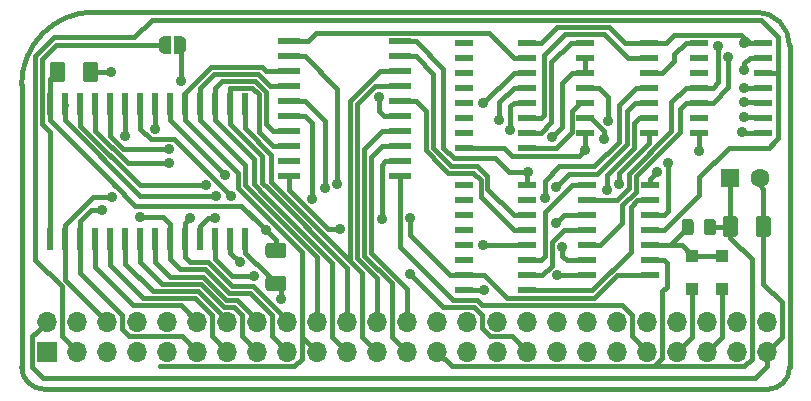
<source format=gtl>
G04 #@! TF.GenerationSoftware,KiCad,Pcbnew,5.0.2+dfsg1-1*
G04 #@! TF.CreationDate,2021-03-03T18:09:01+01:00*
G04 #@! TF.ProjectId,nova,6e6f7661-2e6b-4696-9361-645f70636258,2020*
G04 #@! TF.SameCoordinates,Original*
G04 #@! TF.FileFunction,Copper,L1,Top*
G04 #@! TF.FilePolarity,Positive*
%FSLAX46Y46*%
G04 Gerber Fmt 4.6, Leading zero omitted, Abs format (unit mm)*
G04 Created by KiCad (PCBNEW 5.0.2+dfsg1-1) date mer. 03 mars 2021 18:09:01 CET*
%MOMM*%
%LPD*%
G01*
G04 APERTURE LIST*
G04 #@! TA.AperFunction,NonConductor*
%ADD10C,0.381000*%
G04 #@! TD*
G04 #@! TA.AperFunction,SMDPad,CuDef*
%ADD11R,1.500000X0.600000*%
G04 #@! TD*
G04 #@! TA.AperFunction,SMDPad,CuDef*
%ADD12R,0.558800X1.981200*%
G04 #@! TD*
G04 #@! TA.AperFunction,ComponentPad*
%ADD13R,1.700000X1.700000*%
G04 #@! TD*
G04 #@! TA.AperFunction,ComponentPad*
%ADD14O,1.700000X1.700000*%
G04 #@! TD*
G04 #@! TA.AperFunction,SMDPad,CuDef*
%ADD15C,0.500000*%
G04 #@! TD*
G04 #@! TA.AperFunction,Conductor*
%ADD16C,0.150000*%
G04 #@! TD*
G04 #@! TA.AperFunction,SMDPad,CuDef*
%ADD17R,1.950000X0.600000*%
G04 #@! TD*
G04 #@! TA.AperFunction,SMDPad,CuDef*
%ADD18C,1.250000*%
G04 #@! TD*
G04 #@! TA.AperFunction,ComponentPad*
%ADD19R,1.600000X1.600000*%
G04 #@! TD*
G04 #@! TA.AperFunction,ComponentPad*
%ADD20C,1.600000*%
G04 #@! TD*
G04 #@! TA.AperFunction,SMDPad,CuDef*
%ADD21C,0.975000*%
G04 #@! TD*
G04 #@! TA.AperFunction,SMDPad,CuDef*
%ADD22R,1.100000X1.100000*%
G04 #@! TD*
G04 #@! TA.AperFunction,ViaPad*
%ADD23C,0.889000*%
G04 #@! TD*
G04 #@! TA.AperFunction,Conductor*
%ADD24C,0.381000*%
G04 #@! TD*
G04 APERTURE END LIST*
D10*
X112014000Y-68262500D02*
G75*
G02X110172500Y-70104000I-1841500J0D01*
G01*
X48895000Y-70104000D02*
G75*
G02X46990000Y-68199000I0J1905000D01*
G01*
X109156500Y-38163500D02*
G75*
G02X112014000Y-41021000I0J-2857500D01*
G01*
X46990000Y-44323000D02*
G75*
G02X53149500Y-38163500I6159500J0D01*
G01*
X110172500Y-70104000D02*
X48895000Y-70104000D01*
X112014000Y-41021000D02*
X112014000Y-68262500D01*
X53149500Y-38163500D02*
X109156500Y-38163500D01*
X46990000Y-68199000D02*
X46990000Y-44323000D01*
D11*
G04 #@! TO.P,U5,1*
G04 #@! TO.N,/A3*
X100109000Y-48387000D03*
G04 #@! TO.P,U5,2*
G04 #@! TO.N,/A2*
X100109000Y-47117000D03*
G04 #@! TO.P,U5,3*
G04 #@! TO.N,WR*
X100109000Y-45847000D03*
G04 #@! TO.P,U5,4*
G04 #@! TO.N,IORQ*
X100109000Y-44577000D03*
G04 #@! TO.P,U5,5*
G04 #@! TO.N,Net-(U3-Pad8)*
X100109000Y-43307000D03*
G04 #@! TO.P,U5,6*
G04 #@! TO.N,Net-(U5-Pad6)*
X100109000Y-42037000D03*
G04 #@! TO.P,U5,7*
G04 #@! TO.N,GND*
X100109000Y-40767000D03*
G04 #@! TO.P,U5,8*
G04 #@! TO.N,Net-(U5-Pad8)*
X94709000Y-40767000D03*
G04 #@! TO.P,U5,9*
G04 #@! TO.N,/A5*
X94709000Y-42037000D03*
G04 #@! TO.P,U5,10*
X94709000Y-43307000D03*
G04 #@! TO.P,U5,11*
G04 #@! TO.N,/A4*
X94709000Y-44577000D03*
G04 #@! TO.P,U5,12*
G04 #@! TO.N,Net-(U5-Pad12)*
X94709000Y-45847000D03*
G04 #@! TO.P,U5,13*
G04 #@! TO.N,/A0*
X94709000Y-47117000D03*
G04 #@! TO.P,U5,14*
G04 #@! TO.N,VCC*
X94709000Y-48387000D03*
G04 #@! TD*
D12*
G04 #@! TO.P,U4,1*
G04 #@! TO.N,Net-(JP1-Pad2)*
X49403000Y-57404000D03*
G04 #@! TO.P,U4,2*
G04 #@! TO.N,/A12*
X50673000Y-57404000D03*
G04 #@! TO.P,U4,3*
G04 #@! TO.N,/A7*
X51943000Y-57404000D03*
G04 #@! TO.P,U4,4*
G04 #@! TO.N,/A6*
X53213000Y-57404000D03*
G04 #@! TO.P,U4,5*
G04 #@! TO.N,/A5*
X54483000Y-57404000D03*
G04 #@! TO.P,U4,6*
G04 #@! TO.N,/A4*
X55753000Y-57404000D03*
G04 #@! TO.P,U4,7*
G04 #@! TO.N,/A3*
X57023000Y-57404000D03*
G04 #@! TO.P,U4,8*
G04 #@! TO.N,/A2*
X58293000Y-57404000D03*
G04 #@! TO.P,U4,9*
G04 #@! TO.N,/A1*
X59563000Y-57404000D03*
G04 #@! TO.P,U4,10*
G04 #@! TO.N,/A0*
X60833000Y-57404000D03*
G04 #@! TO.P,U4,11*
G04 #@! TO.N,/D0*
X62103000Y-57404000D03*
G04 #@! TO.P,U4,12*
G04 #@! TO.N,/D1*
X63373000Y-57404000D03*
G04 #@! TO.P,U4,13*
G04 #@! TO.N,/D2*
X64643000Y-57404000D03*
G04 #@! TO.P,U4,14*
G04 #@! TO.N,GND*
X65913000Y-57404000D03*
G04 #@! TO.P,U4,15*
G04 #@! TO.N,/D3*
X65913000Y-45974000D03*
G04 #@! TO.P,U4,16*
G04 #@! TO.N,/D4*
X64643000Y-45974000D03*
G04 #@! TO.P,U4,17*
G04 #@! TO.N,/D5*
X63373000Y-45974000D03*
G04 #@! TO.P,U4,18*
G04 #@! TO.N,/D6*
X62103000Y-45974000D03*
G04 #@! TO.P,U4,19*
G04 #@! TO.N,/D7*
X60833000Y-45974000D03*
G04 #@! TO.P,U4,20*
G04 #@! TO.N,/RAMSEL*
X59563000Y-45974000D03*
G04 #@! TO.P,U4,21*
G04 #@! TO.N,/A10*
X58293000Y-45974000D03*
G04 #@! TO.P,U4,22*
G04 #@! TO.N,RD*
X57023000Y-45974000D03*
G04 #@! TO.P,U4,23*
G04 #@! TO.N,/A11*
X55753000Y-45974000D03*
G04 #@! TO.P,U4,24*
G04 #@! TO.N,/A9*
X54483000Y-45974000D03*
G04 #@! TO.P,U4,25*
G04 #@! TO.N,/A8*
X53213000Y-45974000D03*
G04 #@! TO.P,U4,26*
G04 #@! TO.N,/SEL0*
X51943000Y-45974000D03*
G04 #@! TO.P,U4,27*
G04 #@! TO.N,WR*
X50673000Y-45974000D03*
G04 #@! TO.P,U4,28*
G04 #@! TO.N,VCC*
X49403000Y-45974000D03*
G04 #@! TD*
D11*
G04 #@! TO.P,U1,1*
G04 #@! TO.N,/RAMSEL*
X100236000Y-60452000D03*
G04 #@! TO.P,U1,2*
G04 #@! TO.N,VCC*
X100236000Y-59182000D03*
G04 #@! TO.P,U1,3*
G04 #@! TO.N,Net-(D1-Pad1)*
X100236000Y-57912000D03*
G04 #@! TO.P,U1,4*
G04 #@! TO.N,/A15*
X100236000Y-56642000D03*
G04 #@! TO.P,U1,5*
G04 #@! TO.N,/MAP3*
X100236000Y-55372000D03*
G04 #@! TO.P,U1,6*
G04 #@! TO.N,Net-(U1-Pad6)*
X100236000Y-54102000D03*
G04 #@! TO.P,U1,7*
G04 #@! TO.N,GND*
X100236000Y-52832000D03*
G04 #@! TO.P,U1,8*
G04 #@! TO.N,Net-(U1-Pad8)*
X94836000Y-52832000D03*
G04 #@! TO.P,U1,9*
G04 #@! TO.N,/A14*
X94836000Y-54102000D03*
G04 #@! TO.P,U1,10*
G04 #@! TO.N,/MAP2*
X94836000Y-55372000D03*
G04 #@! TO.P,U1,11*
G04 #@! TO.N,Net-(U1-Pad11)*
X94836000Y-56642000D03*
G04 #@! TO.P,U1,12*
G04 #@! TO.N,/A13*
X94836000Y-57912000D03*
G04 #@! TO.P,U1,13*
G04 #@! TO.N,/MAP1*
X94836000Y-59182000D03*
G04 #@! TO.P,U1,14*
G04 #@! TO.N,VCC*
X94836000Y-60452000D03*
G04 #@! TD*
D13*
G04 #@! TO.P,J1,1*
G04 #@! TO.N,N/C*
X49149000Y-66929000D03*
D14*
G04 #@! TO.P,J1,2*
G04 #@! TO.N,GND*
X49149000Y-64389000D03*
G04 #@! TO.P,J1,3*
G04 #@! TO.N,/A15*
X51689000Y-66929000D03*
G04 #@! TO.P,J1,4*
G04 #@! TO.N,/A14*
X51689000Y-64389000D03*
G04 #@! TO.P,J1,5*
G04 #@! TO.N,/A13*
X54229000Y-66929000D03*
G04 #@! TO.P,J1,6*
G04 #@! TO.N,/A12*
X54229000Y-64389000D03*
G04 #@! TO.P,J1,7*
G04 #@! TO.N,/A11*
X56769000Y-66929000D03*
G04 #@! TO.P,J1,8*
G04 #@! TO.N,/A10*
X56769000Y-64389000D03*
G04 #@! TO.P,J1,9*
G04 #@! TO.N,/A9*
X59309000Y-66929000D03*
G04 #@! TO.P,J1,10*
G04 #@! TO.N,/A8*
X59309000Y-64389000D03*
G04 #@! TO.P,J1,11*
G04 #@! TO.N,/A7*
X61849000Y-66929000D03*
G04 #@! TO.P,J1,12*
G04 #@! TO.N,/A6*
X61849000Y-64389000D03*
G04 #@! TO.P,J1,13*
G04 #@! TO.N,/A5*
X64389000Y-66929000D03*
G04 #@! TO.P,J1,14*
G04 #@! TO.N,/A4*
X64389000Y-64389000D03*
G04 #@! TO.P,J1,15*
G04 #@! TO.N,/A3*
X66929000Y-66929000D03*
G04 #@! TO.P,J1,16*
G04 #@! TO.N,/A2*
X66929000Y-64389000D03*
G04 #@! TO.P,J1,17*
G04 #@! TO.N,/A1*
X69469000Y-66929000D03*
G04 #@! TO.P,J1,18*
G04 #@! TO.N,/A0*
X69469000Y-64389000D03*
G04 #@! TO.P,J1,19*
G04 #@! TO.N,/D7*
X72009000Y-66929000D03*
G04 #@! TO.P,J1,20*
G04 #@! TO.N,/D6*
X72009000Y-64389000D03*
G04 #@! TO.P,J1,21*
G04 #@! TO.N,/D5*
X74549000Y-66929000D03*
G04 #@! TO.P,J1,22*
G04 #@! TO.N,/D4*
X74549000Y-64389000D03*
G04 #@! TO.P,J1,23*
G04 #@! TO.N,/D3*
X77089000Y-66929000D03*
G04 #@! TO.P,J1,24*
G04 #@! TO.N,/D2*
X77089000Y-64389000D03*
G04 #@! TO.P,J1,25*
G04 #@! TO.N,/D1*
X79629000Y-66929000D03*
G04 #@! TO.P,J1,26*
G04 #@! TO.N,/D0*
X79629000Y-64389000D03*
G04 #@! TO.P,J1,27*
G04 #@! TO.N,VCC*
X82169000Y-66929000D03*
G04 #@! TO.P,J1,28*
G04 #@! TO.N,MREQ*
X82169000Y-64389000D03*
G04 #@! TO.P,J1,29*
G04 #@! TO.N,N/C*
X84709000Y-66929000D03*
G04 #@! TO.P,J1,30*
X84709000Y-64389000D03*
G04 #@! TO.P,J1,31*
G04 #@! TO.N,IORQ*
X87249000Y-66929000D03*
G04 #@! TO.P,J1,32*
G04 #@! TO.N,RD*
X87249000Y-64389000D03*
G04 #@! TO.P,J1,33*
G04 #@! TO.N,WR*
X89789000Y-66929000D03*
G04 #@! TO.P,J1,34*
G04 #@! TO.N,N/C*
X89789000Y-64389000D03*
G04 #@! TO.P,J1,35*
X92329000Y-66929000D03*
G04 #@! TO.P,J1,36*
X92329000Y-64389000D03*
G04 #@! TO.P,J1,37*
X94869000Y-66929000D03*
G04 #@! TO.P,J1,38*
X94869000Y-64389000D03*
G04 #@! TO.P,J1,39*
X97409000Y-66929000D03*
G04 #@! TO.P,J1,40*
X97409000Y-64389000D03*
G04 #@! TO.P,J1,41*
G04 #@! TO.N,/RESET*
X99949000Y-66929000D03*
G04 #@! TO.P,J1,42*
G04 #@! TO.N,N/C*
X99949000Y-64389000D03*
G04 #@! TO.P,J1,43*
G04 #@! TO.N,/ROMDIS*
X102489000Y-66929000D03*
G04 #@! TO.P,J1,44*
G04 #@! TO.N,N/C*
X102489000Y-64389000D03*
G04 #@! TO.P,J1,45*
G04 #@! TO.N,/RAMDIS*
X105029000Y-66929000D03*
G04 #@! TO.P,J1,46*
G04 #@! TO.N,N/C*
X105029000Y-64389000D03*
G04 #@! TO.P,J1,47*
X107569000Y-66929000D03*
G04 #@! TO.P,J1,48*
X107569000Y-64389000D03*
G04 #@! TO.P,J1,49*
G04 #@! TO.N,GND*
X110109000Y-66929000D03*
G04 #@! TO.P,J1,50*
G04 #@! TO.N,N/C*
X110109000Y-64389000D03*
G04 #@! TD*
D15*
G04 #@! TO.P,JP1,1*
G04 #@! TO.N,/SEL1*
X60418500Y-40957500D03*
D16*
G04 #@! TD*
G04 #@! TO.N,/SEL1*
G04 #@! TO.C,JP1*
G36*
X59918500Y-40207500D02*
X60418500Y-40207500D01*
X60418500Y-40208102D01*
X60443034Y-40208102D01*
X60491865Y-40212912D01*
X60539990Y-40222484D01*
X60586945Y-40236728D01*
X60632278Y-40255505D01*
X60675551Y-40278636D01*
X60716350Y-40305896D01*
X60754279Y-40337024D01*
X60788976Y-40371721D01*
X60820104Y-40409650D01*
X60847364Y-40450449D01*
X60870495Y-40493722D01*
X60889272Y-40539055D01*
X60903516Y-40586010D01*
X60913088Y-40634135D01*
X60917898Y-40682966D01*
X60917898Y-40707500D01*
X60918500Y-40707500D01*
X60918500Y-41207500D01*
X60917898Y-41207500D01*
X60917898Y-41232034D01*
X60913088Y-41280865D01*
X60903516Y-41328990D01*
X60889272Y-41375945D01*
X60870495Y-41421278D01*
X60847364Y-41464551D01*
X60820104Y-41505350D01*
X60788976Y-41543279D01*
X60754279Y-41577976D01*
X60716350Y-41609104D01*
X60675551Y-41636364D01*
X60632278Y-41659495D01*
X60586945Y-41678272D01*
X60539990Y-41692516D01*
X60491865Y-41702088D01*
X60443034Y-41706898D01*
X60418500Y-41706898D01*
X60418500Y-41707500D01*
X59918500Y-41707500D01*
X59918500Y-40207500D01*
X59918500Y-40207500D01*
G37*
D15*
G04 #@! TO.P,JP1,2*
G04 #@! TO.N,Net-(JP1-Pad2)*
X59118500Y-40957500D03*
D16*
G04 #@! TD*
G04 #@! TO.N,Net-(JP1-Pad2)*
G04 #@! TO.C,JP1*
G36*
X59118500Y-41706898D02*
X59093966Y-41706898D01*
X59045135Y-41702088D01*
X58997010Y-41692516D01*
X58950055Y-41678272D01*
X58904722Y-41659495D01*
X58861449Y-41636364D01*
X58820650Y-41609104D01*
X58782721Y-41577976D01*
X58748024Y-41543279D01*
X58716896Y-41505350D01*
X58689636Y-41464551D01*
X58666505Y-41421278D01*
X58647728Y-41375945D01*
X58633484Y-41328990D01*
X58623912Y-41280865D01*
X58619102Y-41232034D01*
X58619102Y-41207500D01*
X58618500Y-41207500D01*
X58618500Y-40707500D01*
X58619102Y-40707500D01*
X58619102Y-40682966D01*
X58623912Y-40634135D01*
X58633484Y-40586010D01*
X58647728Y-40539055D01*
X58666505Y-40493722D01*
X58689636Y-40450449D01*
X58716896Y-40409650D01*
X58748024Y-40371721D01*
X58782721Y-40337024D01*
X58820650Y-40305896D01*
X58861449Y-40278636D01*
X58904722Y-40255505D01*
X58950055Y-40236728D01*
X58997010Y-40222484D01*
X59045135Y-40212912D01*
X59093966Y-40208102D01*
X59118500Y-40208102D01*
X59118500Y-40207500D01*
X59618500Y-40207500D01*
X59618500Y-41707500D01*
X59118500Y-41707500D01*
X59118500Y-41706898D01*
X59118500Y-41706898D01*
G37*
D11*
G04 #@! TO.P,U6,1*
G04 #@! TO.N,Net-(U5-Pad12)*
X89822000Y-49657000D03*
G04 #@! TO.P,U6,2*
G04 #@! TO.N,Net-(U5-Pad8)*
X89822000Y-48387000D03*
G04 #@! TO.P,U6,3*
G04 #@! TO.N,Net-(U5-Pad6)*
X89822000Y-47117000D03*
G04 #@! TO.P,U6,4*
G04 #@! TO.N,/A6*
X89822000Y-45847000D03*
G04 #@! TO.P,U6,5*
G04 #@! TO.N,/A8*
X89822000Y-44577000D03*
G04 #@! TO.P,U6,6*
G04 #@! TO.N,/A1*
X89822000Y-43307000D03*
G04 #@! TO.P,U6,7*
G04 #@! TO.N,/MAPSEL*
X89822000Y-42037000D03*
G04 #@! TO.P,U6,8*
G04 #@! TO.N,GND*
X89822000Y-40767000D03*
G04 #@! TO.P,U6,9*
G04 #@! TO.N,N/C*
X84422000Y-40767000D03*
G04 #@! TO.P,U6,10*
X84422000Y-42037000D03*
G04 #@! TO.P,U6,11*
X84422000Y-43307000D03*
G04 #@! TO.P,U6,12*
X84422000Y-44577000D03*
G04 #@! TO.P,U6,13*
X84422000Y-45847000D03*
G04 #@! TO.P,U6,14*
X84422000Y-47117000D03*
G04 #@! TO.P,U6,15*
X84422000Y-48387000D03*
G04 #@! TO.P,U6,16*
G04 #@! TO.N,VCC*
X84422000Y-49657000D03*
G04 #@! TD*
G04 #@! TO.P,U3,14*
G04 #@! TO.N,VCC*
X104361000Y-48387000D03*
G04 #@! TO.P,U3,13*
G04 #@! TO.N,N/C*
X104361000Y-47117000D03*
G04 #@! TO.P,U3,12*
G04 #@! TO.N,/A13*
X104361000Y-45847000D03*
G04 #@! TO.P,U3,11*
G04 #@! TO.N,/A14*
X104361000Y-44577000D03*
G04 #@! TO.P,U3,10*
G04 #@! TO.N,N/C*
X104361000Y-43307000D03*
G04 #@! TO.P,U3,9*
X104361000Y-42037000D03*
G04 #@! TO.P,U3,8*
G04 #@! TO.N,Net-(U3-Pad8)*
X104361000Y-40767000D03*
G04 #@! TO.P,U3,7*
G04 #@! TO.N,GND*
X109761000Y-40767000D03*
G04 #@! TO.P,U3,6*
G04 #@! TO.N,/A7*
X109761000Y-42037000D03*
G04 #@! TO.P,U3,5*
G04 #@! TO.N,/A15*
X109761000Y-43307000D03*
G04 #@! TO.P,U3,4*
G04 #@! TO.N,/A12*
X109761000Y-44577000D03*
G04 #@! TO.P,U3,3*
G04 #@! TO.N,/A11*
X109761000Y-45847000D03*
G04 #@! TO.P,U3,2*
G04 #@! TO.N,/A10*
X109761000Y-47117000D03*
G04 #@! TO.P,U3,1*
G04 #@! TO.N,/A9*
X109761000Y-48387000D03*
G04 #@! TD*
D17*
G04 #@! TO.P,U7,1*
G04 #@! TO.N,/RESET*
X78995000Y-52070000D03*
G04 #@! TO.P,U7,2*
G04 #@! TO.N,/SEL0*
X78995000Y-50800000D03*
G04 #@! TO.P,U7,3*
G04 #@! TO.N,/D0*
X78995000Y-49530000D03*
G04 #@! TO.P,U7,4*
G04 #@! TO.N,/D1*
X78995000Y-48260000D03*
G04 #@! TO.P,U7,5*
G04 #@! TO.N,/SEL1*
X78995000Y-46990000D03*
G04 #@! TO.P,U7,6*
G04 #@! TO.N,/SEL2*
X78995000Y-45720000D03*
G04 #@! TO.P,U7,7*
G04 #@! TO.N,/D2*
X78995000Y-44450000D03*
G04 #@! TO.P,U7,8*
G04 #@! TO.N,/D3*
X78995000Y-43180000D03*
G04 #@! TO.P,U7,9*
G04 #@! TO.N,/SEL3*
X78995000Y-41910000D03*
G04 #@! TO.P,U7,10*
G04 #@! TO.N,GND*
X78995000Y-40640000D03*
G04 #@! TO.P,U7,11*
G04 #@! TO.N,/MAPSEL*
X69595000Y-40640000D03*
G04 #@! TO.P,U7,12*
G04 #@! TO.N,/MAP3*
X69595000Y-41910000D03*
G04 #@! TO.P,U7,13*
G04 #@! TO.N,/D7*
X69595000Y-43180000D03*
G04 #@! TO.P,U7,14*
G04 #@! TO.N,/D6*
X69595000Y-44450000D03*
G04 #@! TO.P,U7,15*
G04 #@! TO.N,/MAP2*
X69595000Y-45720000D03*
G04 #@! TO.P,U7,16*
G04 #@! TO.N,/MAP1*
X69595000Y-46990000D03*
G04 #@! TO.P,U7,17*
G04 #@! TO.N,/D5*
X69595000Y-48260000D03*
G04 #@! TO.P,U7,18*
G04 #@! TO.N,/D4*
X69595000Y-49530000D03*
G04 #@! TO.P,U7,19*
G04 #@! TO.N,N/C*
X69595000Y-50800000D03*
G04 #@! TO.P,U7,20*
G04 #@! TO.N,VCC*
X69595000Y-52070000D03*
G04 #@! TD*
D16*
G04 #@! TO.N,GND*
G04 #@! TO.C,C2*
G36*
X110191004Y-55450704D02*
X110215273Y-55454304D01*
X110239071Y-55460265D01*
X110262171Y-55468530D01*
X110284349Y-55479020D01*
X110305393Y-55491633D01*
X110325098Y-55506247D01*
X110343277Y-55522723D01*
X110359753Y-55540902D01*
X110374367Y-55560607D01*
X110386980Y-55581651D01*
X110397470Y-55603829D01*
X110405735Y-55626929D01*
X110411696Y-55650727D01*
X110415296Y-55674996D01*
X110416500Y-55699500D01*
X110416500Y-56949500D01*
X110415296Y-56974004D01*
X110411696Y-56998273D01*
X110405735Y-57022071D01*
X110397470Y-57045171D01*
X110386980Y-57067349D01*
X110374367Y-57088393D01*
X110359753Y-57108098D01*
X110343277Y-57126277D01*
X110325098Y-57142753D01*
X110305393Y-57157367D01*
X110284349Y-57169980D01*
X110262171Y-57180470D01*
X110239071Y-57188735D01*
X110215273Y-57194696D01*
X110191004Y-57198296D01*
X110166500Y-57199500D01*
X109416500Y-57199500D01*
X109391996Y-57198296D01*
X109367727Y-57194696D01*
X109343929Y-57188735D01*
X109320829Y-57180470D01*
X109298651Y-57169980D01*
X109277607Y-57157367D01*
X109257902Y-57142753D01*
X109239723Y-57126277D01*
X109223247Y-57108098D01*
X109208633Y-57088393D01*
X109196020Y-57067349D01*
X109185530Y-57045171D01*
X109177265Y-57022071D01*
X109171304Y-56998273D01*
X109167704Y-56974004D01*
X109166500Y-56949500D01*
X109166500Y-55699500D01*
X109167704Y-55674996D01*
X109171304Y-55650727D01*
X109177265Y-55626929D01*
X109185530Y-55603829D01*
X109196020Y-55581651D01*
X109208633Y-55560607D01*
X109223247Y-55540902D01*
X109239723Y-55522723D01*
X109257902Y-55506247D01*
X109277607Y-55491633D01*
X109298651Y-55479020D01*
X109320829Y-55468530D01*
X109343929Y-55460265D01*
X109367727Y-55454304D01*
X109391996Y-55450704D01*
X109416500Y-55449500D01*
X110166500Y-55449500D01*
X110191004Y-55450704D01*
X110191004Y-55450704D01*
G37*
D18*
G04 #@! TD*
G04 #@! TO.P,C2,2*
G04 #@! TO.N,GND*
X109791500Y-56324500D03*
D16*
G04 #@! TO.N,VCC*
G04 #@! TO.C,C2*
G36*
X107391004Y-55450704D02*
X107415273Y-55454304D01*
X107439071Y-55460265D01*
X107462171Y-55468530D01*
X107484349Y-55479020D01*
X107505393Y-55491633D01*
X107525098Y-55506247D01*
X107543277Y-55522723D01*
X107559753Y-55540902D01*
X107574367Y-55560607D01*
X107586980Y-55581651D01*
X107597470Y-55603829D01*
X107605735Y-55626929D01*
X107611696Y-55650727D01*
X107615296Y-55674996D01*
X107616500Y-55699500D01*
X107616500Y-56949500D01*
X107615296Y-56974004D01*
X107611696Y-56998273D01*
X107605735Y-57022071D01*
X107597470Y-57045171D01*
X107586980Y-57067349D01*
X107574367Y-57088393D01*
X107559753Y-57108098D01*
X107543277Y-57126277D01*
X107525098Y-57142753D01*
X107505393Y-57157367D01*
X107484349Y-57169980D01*
X107462171Y-57180470D01*
X107439071Y-57188735D01*
X107415273Y-57194696D01*
X107391004Y-57198296D01*
X107366500Y-57199500D01*
X106616500Y-57199500D01*
X106591996Y-57198296D01*
X106567727Y-57194696D01*
X106543929Y-57188735D01*
X106520829Y-57180470D01*
X106498651Y-57169980D01*
X106477607Y-57157367D01*
X106457902Y-57142753D01*
X106439723Y-57126277D01*
X106423247Y-57108098D01*
X106408633Y-57088393D01*
X106396020Y-57067349D01*
X106385530Y-57045171D01*
X106377265Y-57022071D01*
X106371304Y-56998273D01*
X106367704Y-56974004D01*
X106366500Y-56949500D01*
X106366500Y-55699500D01*
X106367704Y-55674996D01*
X106371304Y-55650727D01*
X106377265Y-55626929D01*
X106385530Y-55603829D01*
X106396020Y-55581651D01*
X106408633Y-55560607D01*
X106423247Y-55540902D01*
X106439723Y-55522723D01*
X106457902Y-55506247D01*
X106477607Y-55491633D01*
X106498651Y-55479020D01*
X106520829Y-55468530D01*
X106543929Y-55460265D01*
X106567727Y-55454304D01*
X106591996Y-55450704D01*
X106616500Y-55449500D01*
X107366500Y-55449500D01*
X107391004Y-55450704D01*
X107391004Y-55450704D01*
G37*
D18*
G04 #@! TD*
G04 #@! TO.P,C2,1*
G04 #@! TO.N,VCC*
X106991500Y-56324500D03*
D16*
G04 #@! TO.N,VCC*
G04 #@! TO.C,C3*
G36*
X69166004Y-57726704D02*
X69190273Y-57730304D01*
X69214071Y-57736265D01*
X69237171Y-57744530D01*
X69259349Y-57755020D01*
X69280393Y-57767633D01*
X69300098Y-57782247D01*
X69318277Y-57798723D01*
X69334753Y-57816902D01*
X69349367Y-57836607D01*
X69361980Y-57857651D01*
X69372470Y-57879829D01*
X69380735Y-57902929D01*
X69386696Y-57926727D01*
X69390296Y-57950996D01*
X69391500Y-57975500D01*
X69391500Y-58725500D01*
X69390296Y-58750004D01*
X69386696Y-58774273D01*
X69380735Y-58798071D01*
X69372470Y-58821171D01*
X69361980Y-58843349D01*
X69349367Y-58864393D01*
X69334753Y-58884098D01*
X69318277Y-58902277D01*
X69300098Y-58918753D01*
X69280393Y-58933367D01*
X69259349Y-58945980D01*
X69237171Y-58956470D01*
X69214071Y-58964735D01*
X69190273Y-58970696D01*
X69166004Y-58974296D01*
X69141500Y-58975500D01*
X67891500Y-58975500D01*
X67866996Y-58974296D01*
X67842727Y-58970696D01*
X67818929Y-58964735D01*
X67795829Y-58956470D01*
X67773651Y-58945980D01*
X67752607Y-58933367D01*
X67732902Y-58918753D01*
X67714723Y-58902277D01*
X67698247Y-58884098D01*
X67683633Y-58864393D01*
X67671020Y-58843349D01*
X67660530Y-58821171D01*
X67652265Y-58798071D01*
X67646304Y-58774273D01*
X67642704Y-58750004D01*
X67641500Y-58725500D01*
X67641500Y-57975500D01*
X67642704Y-57950996D01*
X67646304Y-57926727D01*
X67652265Y-57902929D01*
X67660530Y-57879829D01*
X67671020Y-57857651D01*
X67683633Y-57836607D01*
X67698247Y-57816902D01*
X67714723Y-57798723D01*
X67732902Y-57782247D01*
X67752607Y-57767633D01*
X67773651Y-57755020D01*
X67795829Y-57744530D01*
X67818929Y-57736265D01*
X67842727Y-57730304D01*
X67866996Y-57726704D01*
X67891500Y-57725500D01*
X69141500Y-57725500D01*
X69166004Y-57726704D01*
X69166004Y-57726704D01*
G37*
D18*
G04 #@! TD*
G04 #@! TO.P,C3,1*
G04 #@! TO.N,VCC*
X68516500Y-58350500D03*
D16*
G04 #@! TO.N,GND*
G04 #@! TO.C,C3*
G36*
X69166004Y-60526704D02*
X69190273Y-60530304D01*
X69214071Y-60536265D01*
X69237171Y-60544530D01*
X69259349Y-60555020D01*
X69280393Y-60567633D01*
X69300098Y-60582247D01*
X69318277Y-60598723D01*
X69334753Y-60616902D01*
X69349367Y-60636607D01*
X69361980Y-60657651D01*
X69372470Y-60679829D01*
X69380735Y-60702929D01*
X69386696Y-60726727D01*
X69390296Y-60750996D01*
X69391500Y-60775500D01*
X69391500Y-61525500D01*
X69390296Y-61550004D01*
X69386696Y-61574273D01*
X69380735Y-61598071D01*
X69372470Y-61621171D01*
X69361980Y-61643349D01*
X69349367Y-61664393D01*
X69334753Y-61684098D01*
X69318277Y-61702277D01*
X69300098Y-61718753D01*
X69280393Y-61733367D01*
X69259349Y-61745980D01*
X69237171Y-61756470D01*
X69214071Y-61764735D01*
X69190273Y-61770696D01*
X69166004Y-61774296D01*
X69141500Y-61775500D01*
X67891500Y-61775500D01*
X67866996Y-61774296D01*
X67842727Y-61770696D01*
X67818929Y-61764735D01*
X67795829Y-61756470D01*
X67773651Y-61745980D01*
X67752607Y-61733367D01*
X67732902Y-61718753D01*
X67714723Y-61702277D01*
X67698247Y-61684098D01*
X67683633Y-61664393D01*
X67671020Y-61643349D01*
X67660530Y-61621171D01*
X67652265Y-61598071D01*
X67646304Y-61574273D01*
X67642704Y-61550004D01*
X67641500Y-61525500D01*
X67641500Y-60775500D01*
X67642704Y-60750996D01*
X67646304Y-60726727D01*
X67652265Y-60702929D01*
X67660530Y-60679829D01*
X67671020Y-60657651D01*
X67683633Y-60636607D01*
X67698247Y-60616902D01*
X67714723Y-60598723D01*
X67732902Y-60582247D01*
X67752607Y-60567633D01*
X67773651Y-60555020D01*
X67795829Y-60544530D01*
X67818929Y-60536265D01*
X67842727Y-60530304D01*
X67866996Y-60526704D01*
X67891500Y-60525500D01*
X69141500Y-60525500D01*
X69166004Y-60526704D01*
X69166004Y-60526704D01*
G37*
D18*
G04 #@! TD*
G04 #@! TO.P,C3,2*
G04 #@! TO.N,GND*
X68516500Y-61150500D03*
D16*
G04 #@! TO.N,VCC*
G04 #@! TO.C,C1*
G36*
X50431504Y-42369704D02*
X50455773Y-42373304D01*
X50479571Y-42379265D01*
X50502671Y-42387530D01*
X50524849Y-42398020D01*
X50545893Y-42410633D01*
X50565598Y-42425247D01*
X50583777Y-42441723D01*
X50600253Y-42459902D01*
X50614867Y-42479607D01*
X50627480Y-42500651D01*
X50637970Y-42522829D01*
X50646235Y-42545929D01*
X50652196Y-42569727D01*
X50655796Y-42593996D01*
X50657000Y-42618500D01*
X50657000Y-43868500D01*
X50655796Y-43893004D01*
X50652196Y-43917273D01*
X50646235Y-43941071D01*
X50637970Y-43964171D01*
X50627480Y-43986349D01*
X50614867Y-44007393D01*
X50600253Y-44027098D01*
X50583777Y-44045277D01*
X50565598Y-44061753D01*
X50545893Y-44076367D01*
X50524849Y-44088980D01*
X50502671Y-44099470D01*
X50479571Y-44107735D01*
X50455773Y-44113696D01*
X50431504Y-44117296D01*
X50407000Y-44118500D01*
X49657000Y-44118500D01*
X49632496Y-44117296D01*
X49608227Y-44113696D01*
X49584429Y-44107735D01*
X49561329Y-44099470D01*
X49539151Y-44088980D01*
X49518107Y-44076367D01*
X49498402Y-44061753D01*
X49480223Y-44045277D01*
X49463747Y-44027098D01*
X49449133Y-44007393D01*
X49436520Y-43986349D01*
X49426030Y-43964171D01*
X49417765Y-43941071D01*
X49411804Y-43917273D01*
X49408204Y-43893004D01*
X49407000Y-43868500D01*
X49407000Y-42618500D01*
X49408204Y-42593996D01*
X49411804Y-42569727D01*
X49417765Y-42545929D01*
X49426030Y-42522829D01*
X49436520Y-42500651D01*
X49449133Y-42479607D01*
X49463747Y-42459902D01*
X49480223Y-42441723D01*
X49498402Y-42425247D01*
X49518107Y-42410633D01*
X49539151Y-42398020D01*
X49561329Y-42387530D01*
X49584429Y-42379265D01*
X49608227Y-42373304D01*
X49632496Y-42369704D01*
X49657000Y-42368500D01*
X50407000Y-42368500D01*
X50431504Y-42369704D01*
X50431504Y-42369704D01*
G37*
D18*
G04 #@! TD*
G04 #@! TO.P,C1,1*
G04 #@! TO.N,VCC*
X50032000Y-43243500D03*
D16*
G04 #@! TO.N,GND*
G04 #@! TO.C,C1*
G36*
X53231504Y-42369704D02*
X53255773Y-42373304D01*
X53279571Y-42379265D01*
X53302671Y-42387530D01*
X53324849Y-42398020D01*
X53345893Y-42410633D01*
X53365598Y-42425247D01*
X53383777Y-42441723D01*
X53400253Y-42459902D01*
X53414867Y-42479607D01*
X53427480Y-42500651D01*
X53437970Y-42522829D01*
X53446235Y-42545929D01*
X53452196Y-42569727D01*
X53455796Y-42593996D01*
X53457000Y-42618500D01*
X53457000Y-43868500D01*
X53455796Y-43893004D01*
X53452196Y-43917273D01*
X53446235Y-43941071D01*
X53437970Y-43964171D01*
X53427480Y-43986349D01*
X53414867Y-44007393D01*
X53400253Y-44027098D01*
X53383777Y-44045277D01*
X53365598Y-44061753D01*
X53345893Y-44076367D01*
X53324849Y-44088980D01*
X53302671Y-44099470D01*
X53279571Y-44107735D01*
X53255773Y-44113696D01*
X53231504Y-44117296D01*
X53207000Y-44118500D01*
X52457000Y-44118500D01*
X52432496Y-44117296D01*
X52408227Y-44113696D01*
X52384429Y-44107735D01*
X52361329Y-44099470D01*
X52339151Y-44088980D01*
X52318107Y-44076367D01*
X52298402Y-44061753D01*
X52280223Y-44045277D01*
X52263747Y-44027098D01*
X52249133Y-44007393D01*
X52236520Y-43986349D01*
X52226030Y-43964171D01*
X52217765Y-43941071D01*
X52211804Y-43917273D01*
X52208204Y-43893004D01*
X52207000Y-43868500D01*
X52207000Y-42618500D01*
X52208204Y-42593996D01*
X52211804Y-42569727D01*
X52217765Y-42545929D01*
X52226030Y-42522829D01*
X52236520Y-42500651D01*
X52249133Y-42479607D01*
X52263747Y-42459902D01*
X52280223Y-42441723D01*
X52298402Y-42425247D01*
X52318107Y-42410633D01*
X52339151Y-42398020D01*
X52361329Y-42387530D01*
X52384429Y-42379265D01*
X52408227Y-42373304D01*
X52432496Y-42369704D01*
X52457000Y-42368500D01*
X53207000Y-42368500D01*
X53231504Y-42369704D01*
X53231504Y-42369704D01*
G37*
D18*
G04 #@! TD*
G04 #@! TO.P,C1,2*
G04 #@! TO.N,GND*
X52832000Y-43243500D03*
D19*
G04 #@! TO.P,C5,1*
G04 #@! TO.N,VCC*
X106997500Y-52260500D03*
D20*
G04 #@! TO.P,C5,2*
G04 #@! TO.N,GND*
X109497500Y-52260500D03*
G04 #@! TD*
D11*
G04 #@! TO.P,U2,1*
G04 #@! TO.N,Net-(U1-Pad6)*
X89822000Y-61722000D03*
G04 #@! TO.P,U2,2*
G04 #@! TO.N,Net-(U1-Pad11)*
X89822000Y-60452000D03*
G04 #@! TO.P,U2,3*
G04 #@! TO.N,Net-(U1-Pad8)*
X89822000Y-59182000D03*
G04 #@! TO.P,U2,4*
G04 #@! TO.N,MREQ*
X89822000Y-57912000D03*
G04 #@! TO.P,U2,5*
G04 #@! TO.N,/SEL2*
X89822000Y-56642000D03*
G04 #@! TO.P,U2,6*
G04 #@! TO.N,/SEL3*
X89822000Y-55372000D03*
G04 #@! TO.P,U2,7*
G04 #@! TO.N,N/C*
X89822000Y-54102000D03*
G04 #@! TO.P,U2,8*
G04 #@! TO.N,GND*
X89822000Y-52832000D03*
G04 #@! TO.P,U2,9*
G04 #@! TO.N,N/C*
X84422000Y-52832000D03*
G04 #@! TO.P,U2,10*
X84422000Y-54102000D03*
G04 #@! TO.P,U2,11*
X84422000Y-55372000D03*
G04 #@! TO.P,U2,12*
X84422000Y-56642000D03*
G04 #@! TO.P,U2,13*
X84422000Y-57912000D03*
G04 #@! TO.P,U2,14*
X84422000Y-59182000D03*
G04 #@! TO.P,U2,15*
G04 #@! TO.N,/RAMSEL*
X84422000Y-60452000D03*
G04 #@! TO.P,U2,16*
G04 #@! TO.N,VCC*
X84422000Y-61722000D03*
G04 #@! TD*
D16*
G04 #@! TO.N,Net-(D1-Pad1)*
G04 #@! TO.C,R1*
G36*
X103660642Y-55689174D02*
X103684303Y-55692684D01*
X103707507Y-55698496D01*
X103730029Y-55706554D01*
X103751653Y-55716782D01*
X103772170Y-55729079D01*
X103791383Y-55743329D01*
X103809107Y-55759393D01*
X103825171Y-55777117D01*
X103839421Y-55796330D01*
X103851718Y-55816847D01*
X103861946Y-55838471D01*
X103870004Y-55860993D01*
X103875816Y-55884197D01*
X103879326Y-55907858D01*
X103880500Y-55931750D01*
X103880500Y-56844250D01*
X103879326Y-56868142D01*
X103875816Y-56891803D01*
X103870004Y-56915007D01*
X103861946Y-56937529D01*
X103851718Y-56959153D01*
X103839421Y-56979670D01*
X103825171Y-56998883D01*
X103809107Y-57016607D01*
X103791383Y-57032671D01*
X103772170Y-57046921D01*
X103751653Y-57059218D01*
X103730029Y-57069446D01*
X103707507Y-57077504D01*
X103684303Y-57083316D01*
X103660642Y-57086826D01*
X103636750Y-57088000D01*
X103149250Y-57088000D01*
X103125358Y-57086826D01*
X103101697Y-57083316D01*
X103078493Y-57077504D01*
X103055971Y-57069446D01*
X103034347Y-57059218D01*
X103013830Y-57046921D01*
X102994617Y-57032671D01*
X102976893Y-57016607D01*
X102960829Y-56998883D01*
X102946579Y-56979670D01*
X102934282Y-56959153D01*
X102924054Y-56937529D01*
X102915996Y-56915007D01*
X102910184Y-56891803D01*
X102906674Y-56868142D01*
X102905500Y-56844250D01*
X102905500Y-55931750D01*
X102906674Y-55907858D01*
X102910184Y-55884197D01*
X102915996Y-55860993D01*
X102924054Y-55838471D01*
X102934282Y-55816847D01*
X102946579Y-55796330D01*
X102960829Y-55777117D01*
X102976893Y-55759393D01*
X102994617Y-55743329D01*
X103013830Y-55729079D01*
X103034347Y-55716782D01*
X103055971Y-55706554D01*
X103078493Y-55698496D01*
X103101697Y-55692684D01*
X103125358Y-55689174D01*
X103149250Y-55688000D01*
X103636750Y-55688000D01*
X103660642Y-55689174D01*
X103660642Y-55689174D01*
G37*
D21*
G04 #@! TD*
G04 #@! TO.P,R1,1*
G04 #@! TO.N,Net-(D1-Pad1)*
X103393000Y-56388000D03*
D16*
G04 #@! TO.N,VCC*
G04 #@! TO.C,R1*
G36*
X105535642Y-55689174D02*
X105559303Y-55692684D01*
X105582507Y-55698496D01*
X105605029Y-55706554D01*
X105626653Y-55716782D01*
X105647170Y-55729079D01*
X105666383Y-55743329D01*
X105684107Y-55759393D01*
X105700171Y-55777117D01*
X105714421Y-55796330D01*
X105726718Y-55816847D01*
X105736946Y-55838471D01*
X105745004Y-55860993D01*
X105750816Y-55884197D01*
X105754326Y-55907858D01*
X105755500Y-55931750D01*
X105755500Y-56844250D01*
X105754326Y-56868142D01*
X105750816Y-56891803D01*
X105745004Y-56915007D01*
X105736946Y-56937529D01*
X105726718Y-56959153D01*
X105714421Y-56979670D01*
X105700171Y-56998883D01*
X105684107Y-57016607D01*
X105666383Y-57032671D01*
X105647170Y-57046921D01*
X105626653Y-57059218D01*
X105605029Y-57069446D01*
X105582507Y-57077504D01*
X105559303Y-57083316D01*
X105535642Y-57086826D01*
X105511750Y-57088000D01*
X105024250Y-57088000D01*
X105000358Y-57086826D01*
X104976697Y-57083316D01*
X104953493Y-57077504D01*
X104930971Y-57069446D01*
X104909347Y-57059218D01*
X104888830Y-57046921D01*
X104869617Y-57032671D01*
X104851893Y-57016607D01*
X104835829Y-56998883D01*
X104821579Y-56979670D01*
X104809282Y-56959153D01*
X104799054Y-56937529D01*
X104790996Y-56915007D01*
X104785184Y-56891803D01*
X104781674Y-56868142D01*
X104780500Y-56844250D01*
X104780500Y-55931750D01*
X104781674Y-55907858D01*
X104785184Y-55884197D01*
X104790996Y-55860993D01*
X104799054Y-55838471D01*
X104809282Y-55816847D01*
X104821579Y-55796330D01*
X104835829Y-55777117D01*
X104851893Y-55759393D01*
X104869617Y-55743329D01*
X104888830Y-55729079D01*
X104909347Y-55716782D01*
X104930971Y-55706554D01*
X104953493Y-55698496D01*
X104976697Y-55692684D01*
X105000358Y-55689174D01*
X105024250Y-55688000D01*
X105511750Y-55688000D01*
X105535642Y-55689174D01*
X105535642Y-55689174D01*
G37*
D21*
G04 #@! TD*
G04 #@! TO.P,R1,2*
G04 #@! TO.N,VCC*
X105268000Y-56388000D03*
D22*
G04 #@! TO.P,D1,1*
G04 #@! TO.N,Net-(D1-Pad1)*
X103759000Y-58801000D03*
G04 #@! TO.P,D1,2*
G04 #@! TO.N,/ROMDIS*
X103759000Y-61601000D03*
G04 #@! TD*
G04 #@! TO.P,D2,2*
G04 #@! TO.N,/RAMDIS*
X106299000Y-61601000D03*
G04 #@! TO.P,D2,1*
G04 #@! TO.N,Net-(D1-Pad1)*
X106299000Y-58801000D03*
G04 #@! TD*
D23*
G04 #@! TO.N,/A0*
X61214000Y-55626000D03*
X96329500Y-48895000D03*
G04 #@! TO.N,/A1*
X86042500Y-45910500D03*
X57023000Y-55499000D03*
G04 #@! TO.N,/A10*
X108140500Y-47053500D03*
X58293000Y-48069500D03*
G04 #@! TO.N,/A11*
X108140500Y-45783500D03*
X55753000Y-48704500D03*
G04 #@! TO.N,/A12*
X108140500Y-44577000D03*
X54610000Y-53848000D03*
G04 #@! TO.N,/A13*
X106819700Y-41973500D03*
G04 #@! TO.N,/A2*
X96520000Y-53213000D03*
G04 #@! TO.N,/A3*
X97536000Y-52768500D03*
G04 #@! TO.N,/A4*
X96647000Y-47371000D03*
G04 #@! TO.N,/A5*
X91884500Y-48768000D03*
G04 #@! TO.N,/A6*
X88328500Y-48196500D03*
G04 #@! TO.N,/A7*
X53784500Y-54927500D03*
X108140500Y-43053000D03*
G04 #@! TO.N,/A8*
X59499500Y-50990500D03*
X87439500Y-47307500D03*
G04 #@! TO.N,/A9*
X108013500Y-48323500D03*
X59436000Y-49784000D03*
G04 #@! TO.N,/D0*
X63373000Y-55626000D03*
G04 #@! TO.N,/D1*
X66675000Y-60515500D03*
G04 #@! TO.N,/D2*
X65468500Y-59372500D03*
G04 #@! TO.N,GND*
X108140500Y-40830500D03*
X54546500Y-43243500D03*
X100774500Y-51752500D03*
X68961000Y-62484000D03*
X89852500Y-51752500D03*
G04 #@! TO.N,IORQ*
X91313000Y-53911500D03*
G04 #@! TO.N,MREQ*
X86042500Y-57912000D03*
G04 #@! TO.N,VCC*
X86169500Y-61722000D03*
X92329000Y-60452000D03*
X73914000Y-56578500D03*
X67691000Y-56642000D03*
X104330500Y-49911000D03*
X94678500Y-49847500D03*
G04 #@! TO.N,WR*
X63436500Y-53721000D03*
X92202000Y-53022500D03*
X79883000Y-60388500D03*
G04 #@! TO.N,/A14*
X105981500Y-41084500D03*
G04 #@! TO.N,RD*
X64706500Y-53721000D03*
G04 #@! TO.N,/SEL1*
X60452000Y-44005500D03*
X77216000Y-45339000D03*
G04 #@! TO.N,/MAP3*
X73723500Y-52705000D03*
X101727000Y-50927000D03*
G04 #@! TO.N,/MAP2*
X72644000Y-53086000D03*
X92202000Y-56070500D03*
G04 #@! TO.N,/MAP1*
X92773500Y-58039000D03*
X71564500Y-53975000D03*
G04 #@! TO.N,/SEL0*
X77470000Y-55689500D03*
X62611000Y-52832000D03*
G04 #@! TO.N,/RAMSEL*
X79883000Y-55626000D03*
X64198500Y-51943000D03*
G04 #@! TD*
D24*
G04 #@! TO.N,/A0*
X60833000Y-56007000D02*
X61214000Y-55626000D01*
X60833000Y-57404000D02*
X60833000Y-56007000D01*
X94259000Y-47117000D02*
X94709000Y-47117000D01*
X96329500Y-48266383D02*
X96329500Y-48895000D01*
X95180117Y-47117000D02*
X96329500Y-48266383D01*
X94709000Y-47117000D02*
X95180117Y-47117000D01*
X60833000Y-58610500D02*
X60833000Y-57404000D01*
X60833000Y-58928000D02*
X60833000Y-58610500D01*
X69469000Y-64262126D02*
X66565933Y-61359058D01*
X69469000Y-64389000D02*
X69469000Y-64262126D01*
X66565933Y-61359058D02*
X64790719Y-61359058D01*
X64790719Y-61359058D02*
X62740661Y-59309000D01*
X62740661Y-59309000D02*
X61214000Y-59309000D01*
X61214000Y-59309000D02*
X60833000Y-58928000D01*
G04 #@! TO.N,/A1*
X89281000Y-43307000D02*
X89822000Y-43307000D01*
X60388500Y-59944000D02*
X59563000Y-59118500D01*
X69469000Y-66929000D02*
X68172701Y-65632701D01*
X68172701Y-65632701D02*
X68172701Y-63792023D01*
X64548730Y-61943268D02*
X62549464Y-59944000D01*
X62549464Y-59944000D02*
X60388500Y-59944000D01*
X59563000Y-59118500D02*
X59563000Y-58547000D01*
X68172701Y-63792023D02*
X66323946Y-61943268D01*
X59563000Y-58547000D02*
X59563000Y-58293000D01*
X66323946Y-61943268D02*
X64548730Y-61943268D01*
X58928000Y-55499000D02*
X59563000Y-56134000D01*
X57023000Y-55499000D02*
X58928000Y-55499000D01*
X59563000Y-56134000D02*
X59563000Y-57404000D01*
X88963500Y-43307000D02*
X89822000Y-43307000D01*
X86042500Y-45910500D02*
X88646000Y-43307000D01*
X88646000Y-43307000D02*
X88963500Y-43307000D01*
G04 #@! TO.N,/A10*
X108140500Y-47053500D02*
X109697500Y-47053500D01*
X109697500Y-47053500D02*
X109761000Y-47117000D01*
X58293000Y-48069500D02*
X58293000Y-47180500D01*
X58293000Y-47180500D02*
X58293000Y-45974000D01*
G04 #@! TO.N,/A11*
X109697500Y-45783500D02*
X109761000Y-45847000D01*
X108140500Y-45783500D02*
X109697500Y-45783500D01*
X55753000Y-48704500D02*
X55753000Y-47307500D01*
X55753000Y-47307500D02*
X55753000Y-45974000D01*
G04 #@! TO.N,/A12*
X108140500Y-44577000D02*
X109761000Y-44577000D01*
X53022500Y-53848000D02*
X50673000Y-56197500D01*
X54610000Y-53848000D02*
X53022500Y-53848000D01*
X50673000Y-56197500D02*
X50673000Y-57404000D01*
X50673000Y-58775600D02*
X50673000Y-57404000D01*
X54229000Y-64389000D02*
X50673000Y-60833000D01*
X50673000Y-60833000D02*
X50673000Y-58775600D01*
G04 #@! TO.N,/A13*
X106819700Y-41973500D02*
X106819700Y-44519300D01*
X106819700Y-44519300D02*
X105492000Y-45847000D01*
X105492000Y-45847000D02*
X104361000Y-45847000D01*
X103230000Y-45847000D02*
X104361000Y-45847000D01*
X102722000Y-46355000D02*
X103230000Y-45847000D01*
X94836000Y-57912000D02*
X95967000Y-57912000D01*
X95967000Y-57912000D02*
X97853500Y-56025500D01*
X97853500Y-56025500D02*
X97853500Y-54527304D01*
X97853500Y-54527304D02*
X98997352Y-53383452D01*
X102722000Y-48358858D02*
X102722000Y-46355000D01*
X98997352Y-53383452D02*
X98997352Y-52083506D01*
X98997352Y-52083506D02*
X102722000Y-48358858D01*
G04 #@! TO.N,/A15*
X110211000Y-43307000D02*
X109761000Y-43307000D01*
X109761000Y-43307000D02*
X110892000Y-43307000D01*
X110249662Y-49657000D02*
X110567162Y-49339500D01*
X110892000Y-43307000D02*
X111048790Y-43150210D01*
X111048790Y-48857872D02*
X110249662Y-49657000D01*
X111048790Y-43150210D02*
X111048790Y-48857872D01*
X50392701Y-65632701D02*
X51689000Y-66929000D01*
X50392701Y-61378898D02*
X50392701Y-65632701D01*
X48145689Y-59131886D02*
X50392701Y-61378898D01*
X48145689Y-41897311D02*
X48145689Y-59131886D01*
X111048790Y-43150210D02*
X111048790Y-40296128D01*
X111048790Y-40296128D02*
X109589242Y-38836580D01*
X109589242Y-38836580D02*
X58000920Y-38836580D01*
X58000920Y-38836580D02*
X56515000Y-40322500D01*
X56515000Y-40322500D02*
X49720500Y-40322500D01*
X49720500Y-40322500D02*
X48145689Y-41897311D01*
X104351500Y-52176000D02*
X106870500Y-49657000D01*
X106870500Y-49657000D02*
X110249662Y-49657000D01*
X104351500Y-53657500D02*
X104351500Y-52176000D01*
X101367000Y-56642000D02*
X104351500Y-53657500D01*
X100236000Y-56642000D02*
X101367000Y-56642000D01*
G04 #@! TO.N,/A2*
X99250500Y-47117000D02*
X100109000Y-47117000D01*
X96520000Y-53213000D02*
X96520001Y-52005803D01*
X98806000Y-49719804D02*
X98806000Y-47561500D01*
X96520001Y-52005803D02*
X98806000Y-49719804D01*
X98806000Y-47561500D02*
X99250500Y-47117000D01*
X58293000Y-58547000D02*
X58293000Y-58293000D01*
X58293000Y-59309000D02*
X58293000Y-58547000D01*
X66929000Y-64389000D02*
X66929000Y-64262126D01*
X66929000Y-64262126D02*
X65227963Y-62561089D01*
X65227963Y-62561089D02*
X64340355Y-62561089D01*
X64340355Y-62561089D02*
X62358267Y-60579000D01*
X62358267Y-60579000D02*
X59563000Y-60579000D01*
X59563000Y-60579000D02*
X58293000Y-59309000D01*
G04 #@! TO.N,/A3*
X100109000Y-48387000D02*
X99659000Y-48387000D01*
X97536000Y-52768500D02*
X97536000Y-51816000D01*
X100109000Y-49243000D02*
X100109000Y-48387000D01*
X97536000Y-51816000D02*
X100109000Y-49243000D01*
X58864500Y-61214000D02*
X57023000Y-59372500D01*
X66929000Y-66929000D02*
X65632701Y-65632701D01*
X62167070Y-61214000D02*
X58864500Y-61214000D01*
X57023000Y-58547000D02*
X57023000Y-57404000D01*
X65632701Y-65632701D02*
X65632701Y-63792023D01*
X57023000Y-59372500D02*
X57023000Y-58547000D01*
X65632701Y-63792023D02*
X64985977Y-63145299D01*
X64985977Y-63145299D02*
X64098369Y-63145299D01*
X64098369Y-63145299D02*
X62167070Y-61214000D01*
G04 #@! TO.N,/A4*
X94259000Y-44577000D02*
X94709000Y-44577000D01*
X96647000Y-45384000D02*
X96647000Y-45974000D01*
X95840000Y-44577000D02*
X96647000Y-45384000D01*
X94709000Y-44577000D02*
X95840000Y-44577000D01*
X96647000Y-45974000D02*
X96647000Y-47371000D01*
X55753000Y-58610500D02*
X55753000Y-57404000D01*
X55753000Y-59499500D02*
X55753000Y-58610500D01*
X61950455Y-61823581D02*
X58077081Y-61823581D01*
X58077081Y-61823581D02*
X55753000Y-59499500D01*
X64389000Y-64262126D02*
X61950455Y-61823581D01*
X64389000Y-64389000D02*
X64389000Y-64262126D01*
G04 #@! TO.N,/A5*
X95186500Y-43307000D02*
X94709000Y-43307000D01*
X94259000Y-42037000D02*
X94709000Y-42037000D01*
X94195500Y-43370500D02*
X93554583Y-43370500D01*
X94709000Y-43307000D02*
X94259000Y-43307000D01*
X94259000Y-43307000D02*
X94195500Y-43370500D01*
X94709000Y-43307000D02*
X94709000Y-42037000D01*
X93578000Y-43307000D02*
X94709000Y-43307000D01*
X92710000Y-44175000D02*
X93578000Y-43307000D01*
X91884500Y-48768000D02*
X92710000Y-47942500D01*
X92710000Y-47942500D02*
X92710000Y-44175000D01*
X64389000Y-66929000D02*
X63092701Y-65632701D01*
X63092701Y-65632701D02*
X63092701Y-63792023D01*
X61708468Y-62407790D02*
X57264290Y-62407790D01*
X54483000Y-58547000D02*
X54483000Y-57404000D01*
X63092701Y-63792023D02*
X61708468Y-62407790D01*
X57264290Y-62407790D02*
X54483000Y-59626500D01*
X54483000Y-59626500D02*
X54483000Y-58547000D01*
G04 #@! TO.N,/A6*
X88328500Y-48196500D02*
X88328500Y-46164500D01*
X88328500Y-46164500D02*
X88646000Y-45847000D01*
X88646000Y-45847000D02*
X89822000Y-45847000D01*
X53213000Y-58610500D02*
X53213000Y-57404000D01*
X53213000Y-59753500D02*
X53213000Y-58610500D01*
X56451500Y-62992000D02*
X53213000Y-59753500D01*
X60452000Y-62992000D02*
X56451500Y-62992000D01*
X61849000Y-64389000D02*
X60452000Y-62992000D01*
G04 #@! TO.N,/A7*
X52895500Y-54927500D02*
X51943000Y-55880000D01*
X53784500Y-54927500D02*
X52895500Y-54927500D01*
X51943000Y-55880000D02*
X51943000Y-57404000D01*
X108185500Y-42481500D02*
X108630000Y-42037000D01*
X108140500Y-43053000D02*
X108185500Y-43008000D01*
X108185500Y-43008000D02*
X108185500Y-42481500D01*
X108630000Y-42037000D02*
X109761000Y-42037000D01*
X51943000Y-58674000D02*
X51943000Y-57404000D01*
X61849000Y-66929000D02*
X60552701Y-65632701D01*
X60552701Y-65632701D02*
X56119425Y-65632701D01*
X56119425Y-65632701D02*
X55472701Y-64985977D01*
X55472701Y-64985977D02*
X55472701Y-63792023D01*
X55472701Y-63792023D02*
X51943000Y-60262322D01*
X51943000Y-60262322D02*
X51943000Y-58674000D01*
G04 #@! TO.N,/A8*
X53213000Y-47345600D02*
X53213000Y-45974000D01*
X53213000Y-48231234D02*
X53213000Y-48133000D01*
X55972266Y-50990500D02*
X53213000Y-48231234D01*
X59499500Y-50990500D02*
X55972266Y-50990500D01*
X53213000Y-48133000D02*
X53213000Y-47345600D01*
X88646000Y-44577000D02*
X89822000Y-44577000D01*
X87439500Y-45783500D02*
X88646000Y-44577000D01*
X87439500Y-47307500D02*
X87439500Y-45783500D01*
G04 #@! TO.N,/A9*
X108013500Y-48323500D02*
X108077000Y-48387000D01*
X108077000Y-48387000D02*
X109761000Y-48387000D01*
X54483000Y-47053500D02*
X54483000Y-45974000D01*
X54483000Y-48675038D02*
X54483000Y-47053500D01*
X55591962Y-49784000D02*
X54483000Y-48675038D01*
X59436000Y-49784000D02*
X55591962Y-49784000D01*
G04 #@! TO.N,/D0*
X63373000Y-55626000D02*
X62738000Y-55626000D01*
X62738000Y-55626000D02*
X62103000Y-56261000D01*
X62103000Y-56261000D02*
X62103000Y-57404000D01*
X77533500Y-49530000D02*
X78995000Y-49530000D01*
X76580438Y-50483062D02*
X77533500Y-49530000D01*
X76580438Y-58545046D02*
X76580438Y-50483062D01*
X79629000Y-64389000D02*
X79629000Y-61593608D01*
X79629000Y-61593608D02*
X76580438Y-58545046D01*
G04 #@! TO.N,/D1*
X75996228Y-58787032D02*
X75996228Y-49797272D01*
X78359000Y-61149804D02*
X75996228Y-58787032D01*
X78359000Y-65659000D02*
X78359000Y-61149804D01*
X77533500Y-48260000D02*
X78995000Y-48260000D01*
X75996228Y-49797272D02*
X77533500Y-48260000D01*
X79629000Y-66929000D02*
X78359000Y-65659000D01*
X63373000Y-59048617D02*
X63373000Y-57404000D01*
X66675000Y-60515500D02*
X64839883Y-60515500D01*
X64839883Y-60515500D02*
X63373000Y-59048617D01*
G04 #@! TO.N,/D2*
X76898500Y-44450000D02*
X78995000Y-44450000D01*
X75412018Y-45936482D02*
X76898500Y-44450000D01*
X75412018Y-59029018D02*
X75412018Y-45936482D01*
X77089000Y-60706000D02*
X75412018Y-59029018D01*
X77089000Y-64389000D02*
X77089000Y-60706000D01*
X64643000Y-58547000D02*
X64643000Y-57404000D01*
X65468500Y-59372500D02*
X64643000Y-58547000D01*
G04 #@! TO.N,/D3*
X75845299Y-65685299D02*
X77089000Y-66929000D01*
X75845299Y-64770000D02*
X75845299Y-65685299D01*
X75845299Y-64770000D02*
X75845299Y-64325500D01*
X75845299Y-61595000D02*
X75845299Y-60303961D01*
X75845299Y-61785500D02*
X75845299Y-61595000D01*
X78995000Y-43180000D02*
X77342303Y-43180000D01*
X77342303Y-43180000D02*
X75679292Y-44843011D01*
X74803000Y-45719303D02*
X75679292Y-44843011D01*
X74803000Y-50863500D02*
X74803000Y-45719303D01*
X74803000Y-50124608D02*
X74803000Y-50863500D01*
X75845299Y-62103000D02*
X75845299Y-61785500D01*
X75845299Y-64325500D02*
X75845299Y-62103000D01*
X68135500Y-52594162D02*
X68453000Y-52911662D01*
X68135500Y-50252696D02*
X68135500Y-52594162D01*
X65913000Y-48030196D02*
X68135500Y-50252696D01*
X65913000Y-45974000D02*
X65913000Y-48030196D01*
X75845299Y-60303962D02*
X75845299Y-64325500D01*
X68453000Y-52911662D02*
X68453000Y-52911663D01*
X74803000Y-59261663D02*
X74913837Y-59372500D01*
X74803000Y-50863500D02*
X74803000Y-59261663D01*
X68453000Y-52911663D02*
X74913837Y-59372500D01*
X74913837Y-59372500D02*
X75845299Y-60303962D01*
G04 #@! TO.N,/D4*
X64643000Y-45974000D02*
X64643000Y-47625000D01*
X67356640Y-50338640D02*
X67356640Y-52641500D01*
X64643000Y-47625000D02*
X67356640Y-50338640D01*
X74549000Y-59833859D02*
X74549000Y-61468000D01*
X67818000Y-53102859D02*
X74549000Y-59833859D01*
X74549000Y-61468000D02*
X74549000Y-64389000D01*
X67356640Y-52641500D02*
X67818000Y-53102859D01*
X68239000Y-49530000D02*
X69595000Y-49530000D01*
X64643000Y-45974000D02*
X64643000Y-44602400D01*
X64643000Y-44602400D02*
X64655701Y-44589699D01*
X64655701Y-44589699D02*
X66507361Y-44589699D01*
X66507361Y-44589699D02*
X67066162Y-45148500D01*
X67066162Y-45148500D02*
X67066162Y-48357162D01*
X67066162Y-48357162D02*
X68239000Y-49530000D01*
G04 #@! TO.N,/D5*
X73305299Y-65685299D02*
X74549000Y-66929000D01*
X73305299Y-59416356D02*
X73305299Y-65685299D01*
X67627500Y-53738557D02*
X73305299Y-59416356D01*
X66657443Y-52768500D02*
X67627500Y-53738557D01*
X66657443Y-50630043D02*
X66657443Y-52768500D01*
X63373000Y-47345600D02*
X66657443Y-50630043D01*
X63373000Y-45974000D02*
X63373000Y-47345600D01*
X63373000Y-44602400D02*
X63373000Y-45974000D01*
X68239000Y-48260000D02*
X67650372Y-47671372D01*
X67650372Y-47671372D02*
X67650372Y-44906514D01*
X67650372Y-44906514D02*
X66749347Y-44005489D01*
X69595000Y-48260000D02*
X68239000Y-48260000D01*
X66749347Y-44005489D02*
X63969911Y-44005489D01*
X63969911Y-44005489D02*
X63373000Y-44602400D01*
G04 #@! TO.N,/D6*
X72009000Y-58946253D02*
X72009000Y-64389000D01*
X65894747Y-52832000D02*
X72009000Y-58946253D01*
X65894747Y-51137347D02*
X65894747Y-52832000D01*
X62103000Y-45974000D02*
X62103000Y-47345600D01*
X62103000Y-47345600D02*
X65894747Y-51137347D01*
X62103000Y-44602400D02*
X62103000Y-45974000D01*
X63284121Y-43421279D02*
X62103000Y-44602400D01*
X66992500Y-43422445D02*
X66992500Y-43421279D01*
X68020055Y-44450000D02*
X66992500Y-43422445D01*
X69595000Y-44450000D02*
X68020055Y-44450000D01*
X66992500Y-43421279D02*
X63284121Y-43421279D01*
G04 #@! TO.N,/D7*
X70765299Y-65685299D02*
X72009000Y-66929000D01*
X70712701Y-67525977D02*
X70065977Y-68172701D01*
X70712701Y-58476150D02*
X70712701Y-67525977D01*
X65278000Y-53041449D02*
X70712701Y-58476150D01*
X65278000Y-51790600D02*
X65278000Y-53041449D01*
X70065977Y-68172701D02*
X58712023Y-68172701D01*
X60833000Y-47345600D02*
X65278000Y-51790600D01*
X60833000Y-45974000D02*
X60833000Y-47345600D01*
X60833000Y-45046204D02*
X60833000Y-45974000D01*
X63042135Y-42837069D02*
X60833000Y-45046204D01*
X67652931Y-43180000D02*
X67310000Y-42837069D01*
X69595000Y-43180000D02*
X67652931Y-43180000D01*
X67310000Y-42837069D02*
X63042135Y-42837069D01*
G04 #@! TO.N,GND*
X109761000Y-40767000D02*
X108204000Y-40767000D01*
X108204000Y-40767000D02*
X108140500Y-40830500D01*
X100363000Y-52705000D02*
X100236000Y-52832000D01*
X89789000Y-52799000D02*
X89822000Y-52832000D01*
X67820790Y-60454790D02*
X68516500Y-61150500D01*
X65913000Y-58547000D02*
X67820790Y-60454790D01*
X65913000Y-57404000D02*
X65913000Y-58547000D01*
X89822000Y-52832000D02*
X90272000Y-52832000D01*
X80351000Y-40640000D02*
X82677000Y-42966000D01*
X78995000Y-40640000D02*
X80351000Y-40640000D01*
X82677000Y-49536383D02*
X82677000Y-49466500D01*
X82677000Y-42966000D02*
X82677000Y-49466500D01*
X110109000Y-68131081D02*
X109088581Y-69151500D01*
X110109000Y-66929000D02*
X110109000Y-68131081D01*
X48299001Y-65238999D02*
X49149000Y-64389000D01*
X47905299Y-65632701D02*
X48299001Y-65238999D01*
X47905299Y-68212589D02*
X47905299Y-65632701D01*
X48844210Y-69151500D02*
X47905299Y-68212589D01*
X109088581Y-69151500D02*
X48844210Y-69151500D01*
X110109000Y-66929000D02*
X111352701Y-65685299D01*
X52832000Y-43243500D02*
X54546500Y-43243500D01*
X100236000Y-52291000D02*
X100774500Y-51752500D01*
X100236000Y-52832000D02*
X100236000Y-52291000D01*
X68961000Y-61595000D02*
X68516500Y-61150500D01*
X68961000Y-62484000D02*
X68961000Y-61595000D01*
X92299210Y-39420790D02*
X90953000Y-40767000D01*
X90953000Y-40767000D02*
X89822000Y-40767000D01*
X96761290Y-39420790D02*
X92299210Y-39420790D01*
X98107500Y-40767000D02*
X96761290Y-39420790D01*
X100109000Y-40767000D02*
X98107500Y-40767000D01*
X108630000Y-40767000D02*
X109761000Y-40767000D01*
X102230201Y-40073299D02*
X107936299Y-40073299D01*
X101536500Y-40767000D02*
X102230201Y-40073299D01*
X107936299Y-40073299D02*
X108630000Y-40767000D01*
X100109000Y-40767000D02*
X101536500Y-40767000D01*
X109497500Y-52848740D02*
X109497500Y-52260500D01*
X109791500Y-56324500D02*
X109791500Y-53142740D01*
X109791500Y-53142740D02*
X109497500Y-52848740D01*
X109791500Y-56324500D02*
X109791500Y-61176799D01*
X111352701Y-65685299D02*
X111352701Y-62738000D01*
X109791500Y-61176799D02*
X111352701Y-62738000D01*
X82677000Y-49670662D02*
X83566000Y-50559662D01*
X82677000Y-49466500D02*
X82677000Y-49670662D01*
X89822000Y-52832000D02*
X89372000Y-52832000D01*
X83566000Y-50559662D02*
X86360000Y-50559662D01*
X87099662Y-50559662D02*
X86360000Y-50559662D01*
X88292500Y-51752500D02*
X87099662Y-50559662D01*
X89852500Y-51752500D02*
X88292500Y-51752500D01*
X89822000Y-51783000D02*
X89852500Y-51752500D01*
X89822000Y-52832000D02*
X89822000Y-51783000D01*
G04 #@! TO.N,IORQ*
X100045500Y-44640500D02*
X100109000Y-44577000D01*
X98978000Y-44577000D02*
X100109000Y-44577000D01*
X91313000Y-53911500D02*
X91313000Y-52457383D01*
X97536000Y-46019000D02*
X98978000Y-44577000D01*
X91313000Y-52457383D02*
X92525883Y-51244500D01*
X95440500Y-51244500D02*
X97536000Y-49149000D01*
X92525883Y-51244500D02*
X95440500Y-51244500D01*
X97536000Y-49149000D02*
X97536000Y-46019000D01*
G04 #@! TO.N,MREQ*
X86042500Y-57912000D02*
X89822000Y-57912000D01*
G04 #@! TO.N,VCC*
X84422000Y-61722000D02*
X86169500Y-61722000D01*
X82169000Y-66929000D02*
X83412701Y-68172701D01*
X108165977Y-68172701D02*
X108812701Y-67525977D01*
X100203000Y-68172701D02*
X108165977Y-68172701D01*
X83412701Y-68172701D02*
X100203000Y-68172701D01*
X49403000Y-43872500D02*
X50032000Y-43243500D01*
X49403000Y-45974000D02*
X49403000Y-43872500D01*
X93281500Y-60452000D02*
X94836000Y-60452000D01*
X92329000Y-60452000D02*
X93281500Y-60452000D01*
X100236000Y-59182000D02*
X101367000Y-59182000D01*
X101600000Y-61468000D02*
X101245299Y-61822701D01*
X100545977Y-68172701D02*
X100203000Y-68172701D01*
X101367000Y-59182000D02*
X101600000Y-59415000D01*
X101600000Y-59415000D02*
X101600000Y-61468000D01*
X101245299Y-61822701D02*
X101245299Y-67473379D01*
X101245299Y-67473379D02*
X100545977Y-68172701D01*
X73914000Y-56578500D02*
X72946033Y-56578500D01*
X69595000Y-53227467D02*
X69595000Y-52070000D01*
X72946033Y-56578500D02*
X69595000Y-53227467D01*
X66230500Y-55181500D02*
X66154299Y-55105299D01*
X67691000Y-56642000D02*
X66230500Y-55181500D01*
X67691000Y-56642000D02*
X68516500Y-57467500D01*
X68516500Y-57467500D02*
X68516500Y-58350500D01*
X67691000Y-56642000D02*
X66664838Y-55615838D01*
X94709000Y-48387000D02*
X94259000Y-48387000D01*
X92837000Y-50355500D02*
X92290500Y-50355500D01*
X93027500Y-50355500D02*
X92837000Y-50355500D01*
X104330500Y-49911000D02*
X104330500Y-48417500D01*
X104330500Y-48417500D02*
X104361000Y-48387000D01*
X49403000Y-45974000D02*
X49403000Y-47345600D01*
X49403000Y-47345600D02*
X54737000Y-52679600D01*
X54737000Y-52679600D02*
X54940199Y-52882799D01*
X56616601Y-54559201D02*
X54737000Y-52679600D01*
X67691000Y-56642000D02*
X65608201Y-54559201D01*
X65608201Y-54559201D02*
X56616601Y-54559201D01*
X93472001Y-50355499D02*
X92837000Y-50355500D01*
X94170501Y-50355499D02*
X93472001Y-50355499D01*
X94678500Y-49847500D02*
X94170501Y-50355499D01*
X94678500Y-48417500D02*
X94709000Y-48387000D01*
X94678500Y-49847500D02*
X94678500Y-48417500D01*
X106991500Y-52266500D02*
X106997500Y-52260500D01*
X108812701Y-59817000D02*
X108812701Y-59479201D01*
X108812701Y-67525977D02*
X108812701Y-59817000D01*
X106928000Y-56388000D02*
X106991500Y-56324500D01*
X105268000Y-56388000D02*
X106928000Y-56388000D01*
X106991500Y-56324500D02*
X106991500Y-53149500D01*
X106991500Y-53357500D02*
X106991500Y-53149500D01*
X106991500Y-53149500D02*
X106991500Y-52266500D01*
X108812701Y-59120701D02*
X108812701Y-59436000D01*
X106991500Y-57299500D02*
X108812701Y-59120701D01*
X106991500Y-56324500D02*
X106991500Y-57299500D01*
X108812701Y-59817000D02*
X108812701Y-59436000D01*
X87821781Y-49657000D02*
X88519002Y-50354221D01*
X84422000Y-49657000D02*
X87821781Y-49657000D01*
X92290500Y-50355500D02*
X88519002Y-50354221D01*
G04 #@! TO.N,WR*
X100045500Y-45910500D02*
X100109000Y-45847000D01*
X100109000Y-45847000D02*
X99187000Y-45847000D01*
X50736500Y-46037500D02*
X50673000Y-45974000D01*
X50673000Y-45974000D02*
X50673000Y-46685200D01*
X98933000Y-45847000D02*
X100109000Y-45847000D01*
X98221790Y-46558210D02*
X98933000Y-45847000D01*
X98221790Y-49352210D02*
X98221790Y-46558210D01*
X95694500Y-51879500D02*
X98221790Y-49352210D01*
X93345000Y-51879500D02*
X95694500Y-51879500D01*
X92202000Y-53022500D02*
X93345000Y-51879500D01*
X50673000Y-47244000D02*
X50673000Y-45974000D01*
X50673000Y-47343627D02*
X50673000Y-47244000D01*
X57050373Y-53721000D02*
X50673000Y-47343627D01*
X63436500Y-53721000D02*
X57050373Y-53721000D01*
X82638911Y-63144411D02*
X79883000Y-60388500D01*
X89789000Y-66929000D02*
X88492701Y-65632701D01*
X88492701Y-65632701D02*
X86652023Y-65632701D01*
X86652023Y-65632701D02*
X85952701Y-64933379D01*
X85952701Y-64933379D02*
X85952701Y-63792023D01*
X85952701Y-63792023D02*
X85305089Y-63144411D01*
X85305089Y-63144411D02*
X82638911Y-63144411D01*
G04 #@! TO.N,/A14*
X105981500Y-43406500D02*
X105981500Y-41084500D01*
X105981500Y-44087500D02*
X105981500Y-43406500D01*
X104361000Y-44577000D02*
X105492000Y-44577000D01*
X105492000Y-44577000D02*
X105981500Y-44087500D01*
X94836000Y-54102000D02*
X97409000Y-54102000D01*
X103230000Y-44577000D02*
X104361000Y-44577000D01*
X98413142Y-53097858D02*
X98413142Y-51841520D01*
X98413142Y-51841520D02*
X101981000Y-48273662D01*
X101981000Y-48273662D02*
X101981000Y-45826000D01*
X97409000Y-54102000D02*
X98413142Y-53097858D01*
X101981000Y-45826000D02*
X103230000Y-44577000D01*
G04 #@! TO.N,/RAMDIS*
X105029000Y-66929000D02*
X106299000Y-65659000D01*
X106299000Y-65659000D02*
X106299000Y-61961000D01*
G04 #@! TO.N,/RESET*
X78994000Y-58052662D02*
X78994000Y-52752000D01*
X85547075Y-62560201D02*
X83501539Y-62560201D01*
X78995000Y-52751000D02*
X78995000Y-52070000D01*
X85986785Y-62999911D02*
X85547075Y-62560201D01*
X97860589Y-62999911D02*
X85986785Y-62999911D01*
X98652701Y-63792023D02*
X97860589Y-62999911D01*
X78994000Y-52752000D02*
X78995000Y-52751000D01*
X83501539Y-62560201D02*
X78994000Y-58052662D01*
X98652701Y-65632701D02*
X98652701Y-63792023D01*
X99949000Y-66929000D02*
X98652701Y-65632701D01*
G04 #@! TO.N,RD*
X57023000Y-48040038D02*
X57023000Y-47752000D01*
X57023000Y-47752000D02*
X57023000Y-45974000D01*
X57928761Y-48945799D02*
X57023000Y-48040038D01*
X59931299Y-48945799D02*
X57928761Y-48945799D01*
X64706500Y-53721000D02*
X59931299Y-48945799D01*
G04 #@! TO.N,/SEL1*
X77216000Y-45967617D02*
X77216000Y-45339000D01*
X77216000Y-46567000D02*
X77216000Y-45967617D01*
X78995000Y-46990000D02*
X77639000Y-46990000D01*
X77639000Y-46990000D02*
X77216000Y-46567000D01*
X60452000Y-40991000D02*
X60418500Y-40957500D01*
X60452000Y-44005500D02*
X60452000Y-40991000D01*
G04 #@! TO.N,Net-(JP1-Pad2)*
X48729899Y-42139297D02*
X49911696Y-40957500D01*
X50407654Y-40957500D02*
X59118500Y-40957500D01*
X49911696Y-40957500D02*
X50407654Y-40957500D01*
X48729899Y-47688500D02*
X48729899Y-42139297D01*
X49403000Y-48361601D02*
X48729899Y-47688500D01*
X49403000Y-57404000D02*
X49403000Y-48361601D01*
G04 #@! TO.N,/MAP3*
X70951000Y-41910000D02*
X69595000Y-41910000D01*
X73723500Y-44682500D02*
X70951000Y-41910000D01*
X73723500Y-52705000D02*
X73723500Y-44682500D01*
X101727000Y-55012000D02*
X101367000Y-55372000D01*
X101727000Y-50927000D02*
X101727000Y-55012000D01*
X101367000Y-55372000D02*
X100236000Y-55372000D01*
G04 #@! TO.N,/MAP2*
X71547911Y-46316911D02*
X70951000Y-45720000D01*
X70951000Y-45720000D02*
X69595000Y-45720000D01*
X72644000Y-47413000D02*
X70951000Y-45720000D01*
X72644000Y-53086000D02*
X72644000Y-47413000D01*
X92900500Y-55372000D02*
X92202000Y-56070500D01*
X94836000Y-55372000D02*
X92900500Y-55372000D01*
G04 #@! TO.N,Net-(U1-Pad8)*
X93599000Y-52832000D02*
X94836000Y-52832000D01*
X91313000Y-55118000D02*
X93599000Y-52832000D01*
X91313000Y-58822000D02*
X91313000Y-55118000D01*
X90953000Y-59182000D02*
X91313000Y-58822000D01*
X89822000Y-59182000D02*
X90953000Y-59182000D01*
G04 #@! TO.N,/MAP1*
X94836000Y-59182000D02*
X93154500Y-59182000D01*
X92773500Y-58801000D02*
X92773500Y-58039000D01*
X93154500Y-59182000D02*
X92773500Y-58801000D01*
X70951000Y-46990000D02*
X69595000Y-46990000D01*
X71564500Y-47603500D02*
X70951000Y-46990000D01*
X71564500Y-53975000D02*
X71564500Y-47603500D01*
G04 #@! TO.N,Net-(U1-Pad11)*
X91897210Y-57645290D02*
X92900500Y-56642000D01*
X92900500Y-56642000D02*
X94836000Y-56642000D01*
X91897210Y-59643252D02*
X91897210Y-57645290D01*
X91088462Y-60452000D02*
X91897210Y-59643252D01*
X89822000Y-60452000D02*
X91088462Y-60452000D01*
G04 #@! TO.N,/SEL2*
X78995000Y-45720000D02*
X80391000Y-45720000D01*
X81216500Y-46545500D02*
X81216500Y-49862554D01*
X80391000Y-45720000D02*
X81216500Y-46545500D01*
X83119156Y-51765210D02*
X83042946Y-51689000D01*
X85852000Y-52387500D02*
X85229710Y-51765210D01*
X85852000Y-53803000D02*
X85852000Y-52387500D01*
X89822000Y-56642000D02*
X88691000Y-56642000D01*
X88691000Y-56642000D02*
X85852000Y-53803000D01*
X83756500Y-51765210D02*
X83119156Y-51765210D01*
X83119156Y-51765210D02*
X82534946Y-51181000D01*
X82534946Y-51181000D02*
X83042946Y-51689000D01*
X81216500Y-49862554D02*
X82534946Y-51181000D01*
X85229710Y-51765210D02*
X83756500Y-51765210D01*
G04 #@! TO.N,/SEL3*
X86436210Y-53117210D02*
X88691000Y-55372000D01*
X86436210Y-52074799D02*
X86436210Y-53117210D01*
X78995000Y-41910000D02*
X80351000Y-41910000D01*
X80351000Y-41910000D02*
X81831461Y-43390461D01*
X81831461Y-43390461D02*
X81831461Y-49651319D01*
X81831461Y-49651319D02*
X83361142Y-51181000D01*
X88691000Y-55372000D02*
X89822000Y-55372000D01*
X83361142Y-51181000D02*
X85542411Y-51181000D01*
X85542411Y-51181000D02*
X86436210Y-52074799D01*
G04 #@! TO.N,Net-(U3-Pad8)*
X102235000Y-42312000D02*
X102235000Y-41762000D01*
X101240000Y-43307000D02*
X102235000Y-42312000D01*
X102235000Y-41762000D02*
X103230000Y-40767000D01*
X100109000Y-43307000D02*
X101240000Y-43307000D01*
X103230000Y-40767000D02*
X104361000Y-40767000D01*
G04 #@! TO.N,/SEL0*
X51943000Y-45974000D02*
X51943000Y-46685200D01*
X77787500Y-50800000D02*
X78995000Y-50800000D01*
X77470000Y-51117500D02*
X77787500Y-50800000D01*
X77470000Y-55689500D02*
X77470000Y-51117500D01*
X51943000Y-47561500D02*
X51943000Y-45974000D01*
X51943000Y-47787430D02*
X51943000Y-47561500D01*
X56987570Y-52832000D02*
X51943000Y-47787430D01*
X62611000Y-52832000D02*
X56987570Y-52832000D01*
G04 #@! TO.N,Net-(U5-Pad6)*
X91186000Y-46884000D02*
X91186000Y-46228000D01*
X90953000Y-47117000D02*
X91186000Y-46884000D01*
X89822000Y-47117000D02*
X90953000Y-47117000D01*
X91186000Y-46757000D02*
X91186000Y-46228000D01*
X92964000Y-40005000D02*
X91186000Y-41783000D01*
X96266000Y-40005000D02*
X92964000Y-40005000D01*
X91186000Y-41783000D02*
X91186000Y-46228000D01*
X98298000Y-42037000D02*
X96266000Y-40005000D01*
X100109000Y-42037000D02*
X98298000Y-42037000D01*
G04 #@! TO.N,Net-(U5-Pad8)*
X91821000Y-42418000D02*
X93472000Y-40767000D01*
X93472000Y-40767000D02*
X94709000Y-40767000D01*
X91821000Y-47519000D02*
X91821000Y-46990000D01*
X90953000Y-48387000D02*
X91821000Y-47519000D01*
X89822000Y-48387000D02*
X90953000Y-48387000D01*
X91821000Y-46990000D02*
X91821000Y-42418000D01*
G04 #@! TO.N,Net-(U5-Pad12)*
X94259000Y-45847000D02*
X94709000Y-45847000D01*
X93565299Y-46540701D02*
X94259000Y-45847000D01*
X93565299Y-48327739D02*
X93565299Y-46540701D01*
X92236038Y-49657000D02*
X93565299Y-48327739D01*
X89822000Y-49657000D02*
X92236038Y-49657000D01*
G04 #@! TO.N,/MAPSEL*
X71950299Y-39946299D02*
X71256598Y-40640000D01*
X86600299Y-39946299D02*
X71950299Y-39946299D01*
X71256598Y-40640000D02*
X69595000Y-40640000D01*
X88691000Y-42037000D02*
X86600299Y-39946299D01*
X89822000Y-42037000D02*
X88691000Y-42037000D01*
G04 #@! TO.N,/RAMSEL*
X83566000Y-60452000D02*
X84422000Y-60452000D01*
X59563000Y-47307500D02*
X59563000Y-45974000D01*
X64198500Y-51943000D02*
X59563000Y-47307500D01*
X85788500Y-60452000D02*
X84422000Y-60452000D01*
X86140038Y-60452000D02*
X85788500Y-60452000D01*
X88103739Y-62415701D02*
X86140038Y-60452000D01*
X95457158Y-62415701D02*
X88103739Y-62415701D01*
X97420859Y-60452000D02*
X95457158Y-62415701D01*
X100236000Y-60452000D02*
X97420859Y-60452000D01*
X79883000Y-56254617D02*
X79883000Y-55626000D01*
X79883000Y-57044000D02*
X79883000Y-56254617D01*
X83291000Y-60452000D02*
X79883000Y-57044000D01*
X84422000Y-60452000D02*
X83291000Y-60452000D01*
G04 #@! TO.N,/ROMDIS*
X102489000Y-66929000D02*
X103759000Y-65659000D01*
X103759000Y-65659000D02*
X103759000Y-61961000D01*
G04 #@! TO.N,Net-(U1-Pad6)*
X99105000Y-54102000D02*
X100236000Y-54102000D01*
X98552000Y-54655000D02*
X99105000Y-54102000D01*
X98552000Y-58494662D02*
X98552000Y-54655000D01*
X95324662Y-61722000D02*
X98552000Y-58494662D01*
X89822000Y-61722000D02*
X95324662Y-61722000D01*
G04 #@! TO.N,Net-(D1-Pad1)*
X101869000Y-57912000D02*
X103393000Y-56388000D01*
X100236000Y-57912000D02*
X101869000Y-57912000D01*
X102870000Y-57912000D02*
X103759000Y-58801000D01*
X100236000Y-57912000D02*
X102870000Y-57912000D01*
X103759000Y-58801000D02*
X106299000Y-58801000D01*
G04 #@! TD*
M02*

</source>
